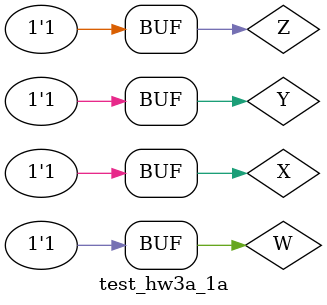
<source format=v>
module test_hw3a_1a;
wire F;
reg W, X, Y, Z;
hw3a_1a_1 U0(.f(F),.w(W),.x(X),.y(Y),.z(Z));

initial
begin
W=0;X=0;Y=0;Z=0;
#10 W=0;X=0;Y=0;Z=1;
#10 W=0;X=0;Y=1;Z=0;
#10 W=0;X=0;Y=1;Z=1;
#10 W=0;X=1;Y=0;Z=0;
#10 W=0;X=1;Y=0;Z=1;
#10 W=0;X=1;Y=1;Z=0;
#10 W=0;X=1;Y=1;Z=1;
#10 W=1;X=0;Y=0;Z=0;
#10 W=1;X=0;Y=0;Z=1;
#10 W=1;X=0;Y=1;Z=0;
#10 W=1;X=0;Y=1;Z=1;
#10 W=1;X=1;Y=0;Z=0;
#10 W=1;X=1;Y=0;Z=1;
#10 W=1;X=1;Y=1;Z=0;
#10 W=1;X=1;Y=1;Z=1;
end
endmodule
</source>
